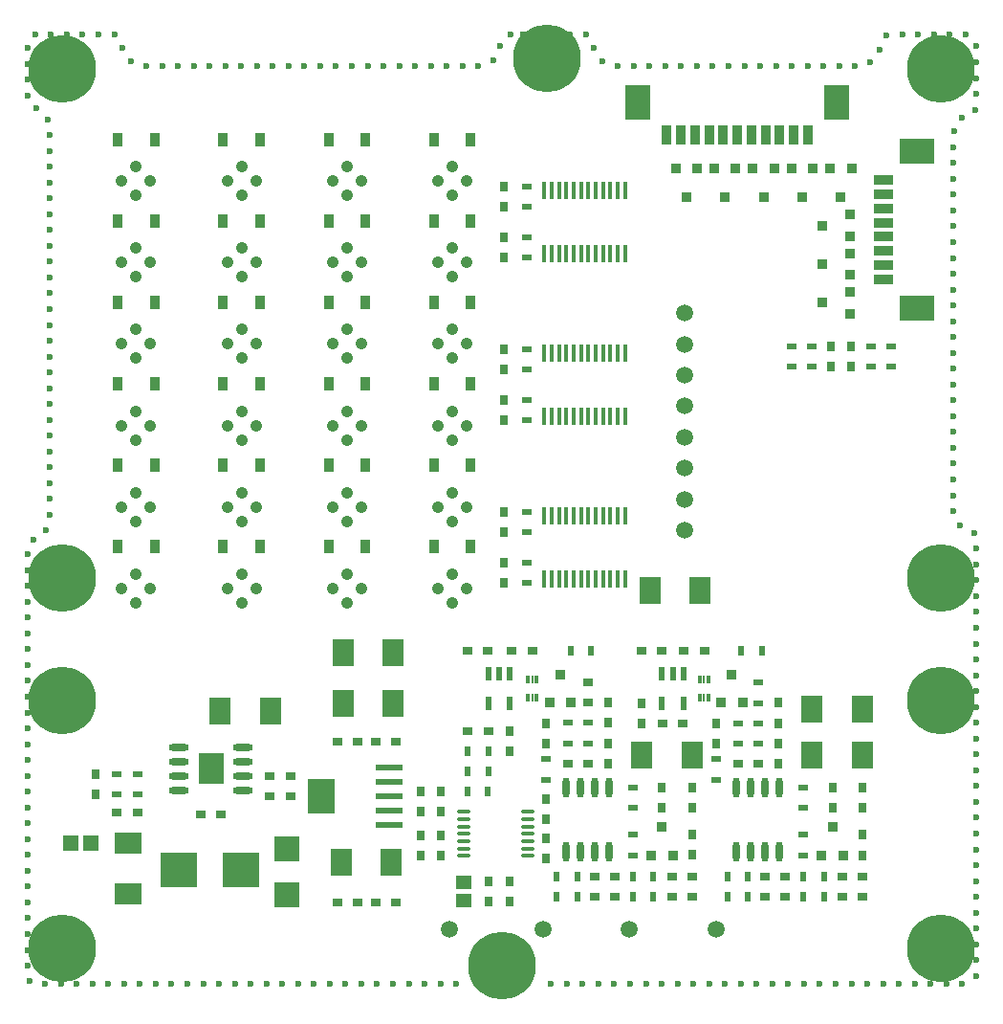
<source format=gbr>
G04*
G04 #@! TF.GenerationSoftware,Altium Limited,Altium Designer,25.8.1 (18)*
G04*
G04 Layer_Color=255*
%FSLAX44Y44*%
%MOMM*%
G71*
G04*
G04 #@! TF.SameCoordinates,2A5453E3-354D-4B83-B7DC-91B48DEC4409*
G04*
G04*
G04 #@! TF.FilePolarity,Positive*
G04*
G01*
G75*
%ADD34C,0.6000*%
%ADD35C,1.2000*%
%ADD36C,6.0000*%
%ADD37C,1.0668*%
%ADD49R,0.9000X0.9500*%
%ADD50R,0.8000X0.9000*%
%ADD51R,0.9000X0.6000*%
G04:AMPARAMS|DCode=52|XSize=0.7mm|YSize=0.3396mm|CornerRadius=0.017mm|HoleSize=0mm|Usage=FLASHONLY|Rotation=270.000|XOffset=0mm|YOffset=0mm|HoleType=Round|Shape=RoundedRectangle|*
%AMROUNDEDRECTD52*
21,1,0.7000,0.3056,0,0,270.0*
21,1,0.6660,0.3396,0,0,270.0*
1,1,0.0340,-0.1528,-0.3330*
1,1,0.0340,-0.1528,0.3330*
1,1,0.0340,0.1528,0.3330*
1,1,0.0340,0.1528,-0.3330*
%
%ADD52ROUNDEDRECTD52*%
%ADD53R,0.6000X0.9000*%
%ADD54O,0.6000X1.8000*%
%ADD55R,0.9100X1.2200*%
%ADD56C,1.5000*%
%ADD57R,1.7018X0.8128*%
%ADD58R,3.0988X2.2098*%
%ADD59R,0.9500X0.9000*%
G04:AMPARAMS|DCode=60|XSize=0.7mm|YSize=0.3396mm|CornerRadius=0.017mm|HoleSize=0mm|Usage=FLASHONLY|Rotation=270.000|XOffset=0mm|YOffset=0mm|HoleType=Round|Shape=RoundedRectangle|*
%AMROUNDEDRECTD60*
21,1,0.7000,0.3056,0,0,270.0*
21,1,0.6660,0.3396,0,0,270.0*
1,1,0.0340,-0.1528,-0.3330*
1,1,0.0340,-0.1528,0.3330*
1,1,0.0340,0.1528,0.3330*
1,1,0.0340,0.1528,-0.3330*
%
%ADD60ROUNDEDRECTD60*%
G04:AMPARAMS|DCode=61|XSize=0.7mm|YSize=0.1698mm|CornerRadius=0.0085mm|HoleSize=0mm|Usage=FLASHONLY|Rotation=270.000|XOffset=0mm|YOffset=0mm|HoleType=Round|Shape=RoundedRectangle|*
%AMROUNDEDRECTD61*
21,1,0.7000,0.1528,0,0,270.0*
21,1,0.6830,0.1698,0,0,270.0*
1,1,0.0170,-0.0764,-0.3415*
1,1,0.0170,-0.0764,0.3415*
1,1,0.0170,0.0764,0.3415*
1,1,0.0170,0.0764,-0.3415*
%
%ADD61ROUNDEDRECTD61*%
%ADD62R,0.9000X0.8000*%
%ADD63R,1.8796X2.3622*%
%ADD64R,0.6200X1.2200*%
%ADD65R,0.8128X1.7018*%
%ADD66R,0.3500X1.5000*%
%ADD67O,1.2500X0.3500*%
%ADD68R,2.3455X3.1725*%
%ADD69R,2.3455X0.6325*%
%ADD70O,1.8000X0.6000*%
%ADD71R,2.3000X2.8000*%
%ADD72R,2.3000X2.2860*%
%ADD73R,2.3622X1.8796*%
%ADD74R,1.4000X1.4000*%
%ADD75R,3.3000X3.1500*%
%ADD76R,0.9000X0.8000*%
%ADD77R,1.4000X1.3000*%
%ADD78R,2.2098X3.0988*%
D34*
X5000Y272984D02*
D03*
X825000Y745153D02*
D03*
Y535154D02*
D03*
Y549154D02*
D03*
X825438Y759147D02*
D03*
X821945Y845000D02*
D03*
X807945D02*
D03*
X832680Y771128D02*
D03*
X844688Y778326D02*
D03*
X845000Y806322D02*
D03*
X835945Y845000D02*
D03*
X845000Y820322D02*
D03*
Y834322D02*
D03*
Y792322D02*
D03*
X527989Y817000D02*
D03*
X555989D02*
D03*
X541989D02*
D03*
X597989D02*
D03*
X611989D02*
D03*
X583989D02*
D03*
X569989D02*
D03*
X667989D02*
D03*
X681989D02*
D03*
X625989D02*
D03*
X653989D02*
D03*
X639989D02*
D03*
X737989D02*
D03*
X695989D02*
D03*
X723989D02*
D03*
X709989D02*
D03*
X457698Y845000D02*
D03*
X471698D02*
D03*
X433227Y845007D02*
D03*
X443698Y845000D02*
D03*
X485698D02*
D03*
X499694Y844649D02*
D03*
X514549Y820922D02*
D03*
X751625Y820170D02*
D03*
X506867Y832626D02*
D03*
X760086Y831324D02*
D03*
X765980Y844023D02*
D03*
X793945Y845000D02*
D03*
X779946D02*
D03*
X825000Y577154D02*
D03*
Y563153D02*
D03*
Y591153D02*
D03*
Y689154D02*
D03*
Y675154D02*
D03*
Y731153D02*
D03*
Y703154D02*
D03*
Y717153D02*
D03*
Y619154D02*
D03*
Y605154D02*
D03*
Y661153D02*
D03*
Y633153D02*
D03*
Y647153D02*
D03*
Y465154D02*
D03*
Y451153D02*
D03*
Y493153D02*
D03*
Y479154D02*
D03*
X830854Y410376D02*
D03*
X843212Y403795D02*
D03*
X825000Y437154D02*
D03*
X825135Y423154D02*
D03*
X825000Y521153D02*
D03*
Y507154D02*
D03*
X762820Y5000D02*
D03*
X720820D02*
D03*
X734820D02*
D03*
X818820D02*
D03*
X832820D02*
D03*
X776820D02*
D03*
X804820D02*
D03*
X790820D02*
D03*
X706820D02*
D03*
X844996Y11910D02*
D03*
X845000Y39910D02*
D03*
Y53910D02*
D03*
Y25910D02*
D03*
Y95910D02*
D03*
Y81910D02*
D03*
Y137910D02*
D03*
Y109910D02*
D03*
Y123910D02*
D03*
Y67910D02*
D03*
X845000Y151910D02*
D03*
Y179910D02*
D03*
Y165910D02*
D03*
Y221910D02*
D03*
Y207910D02*
D03*
Y249910D02*
D03*
Y235910D02*
D03*
Y193910D02*
D03*
Y263910D02*
D03*
X845000Y389910D02*
D03*
Y375910D02*
D03*
Y277910D02*
D03*
Y319910D02*
D03*
Y305910D02*
D03*
Y361910D02*
D03*
Y333910D02*
D03*
Y347910D02*
D03*
Y291910D02*
D03*
X89513Y832894D02*
D03*
X54067Y845000D02*
D03*
X68067Y845000D02*
D03*
X12067Y845000D02*
D03*
X40067Y845000D02*
D03*
X26067Y845000D02*
D03*
X82065Y844748D02*
D03*
X166420Y817000D02*
D03*
X306420D02*
D03*
X334421D02*
D03*
X320420D02*
D03*
X390420D02*
D03*
X264421D02*
D03*
X152421D02*
D03*
X180420D02*
D03*
X110421D02*
D03*
X138420D02*
D03*
X124420D02*
D03*
X236420D02*
D03*
X250420D02*
D03*
X194421D02*
D03*
X222421D02*
D03*
X208421D02*
D03*
X362421D02*
D03*
X376421D02*
D03*
X278421D02*
D03*
X348420D02*
D03*
X292421D02*
D03*
X404421Y817014D02*
D03*
X417475Y822071D02*
D03*
X424061Y834425D02*
D03*
X608820Y5000D02*
D03*
X622820D02*
D03*
X580820D02*
D03*
X594820D02*
D03*
X678820D02*
D03*
X692820D02*
D03*
X636820D02*
D03*
X664820D02*
D03*
X650820D02*
D03*
X496820Y5000D02*
D03*
X510820D02*
D03*
X482820D02*
D03*
X468820D02*
D03*
X552820D02*
D03*
X566820Y5000D02*
D03*
X524820Y5000D02*
D03*
X538820D02*
D03*
X748820Y5000D02*
D03*
X5000Y244984D02*
D03*
Y230984D02*
D03*
Y258984D02*
D03*
Y202984D02*
D03*
Y216984D02*
D03*
Y34984D02*
D03*
Y104984D02*
D03*
Y118984D02*
D03*
Y48984D02*
D03*
Y90984D02*
D03*
Y146984D02*
D03*
Y132984D02*
D03*
Y188984D02*
D03*
Y160984D02*
D03*
Y174984D02*
D03*
X6982Y7125D02*
D03*
X20820Y5000D02*
D03*
X34820D02*
D03*
X48820D02*
D03*
X5000Y20984D02*
D03*
Y76984D02*
D03*
Y62984D02*
D03*
Y300984D02*
D03*
Y286984D02*
D03*
Y328984D02*
D03*
Y314984D02*
D03*
Y356984D02*
D03*
Y342984D02*
D03*
Y370984D02*
D03*
X25000Y475855D02*
D03*
Y685855D02*
D03*
Y699855D02*
D03*
X5000Y790915D02*
D03*
X13392Y779709D02*
D03*
X23223Y769742D02*
D03*
X25000Y559855D02*
D03*
Y545855D02*
D03*
Y587855D02*
D03*
Y573855D02*
D03*
Y503855D02*
D03*
Y461855D02*
D03*
Y531855D02*
D03*
Y517855D02*
D03*
Y629855D02*
D03*
Y615855D02*
D03*
Y671855D02*
D03*
Y643855D02*
D03*
Y657855D02*
D03*
Y601855D02*
D03*
X5000Y804915D02*
D03*
Y832915D02*
D03*
Y818915D02*
D03*
X97029Y821082D02*
D03*
X5000Y384984D02*
D03*
X10583Y397822D02*
D03*
X21777Y406231D02*
D03*
X25000Y447855D02*
D03*
Y419855D02*
D03*
Y433855D02*
D03*
X160820Y5000D02*
D03*
X174820D02*
D03*
X132820D02*
D03*
X146820D02*
D03*
X188820D02*
D03*
X62820D02*
D03*
X104820D02*
D03*
X118820D02*
D03*
X76820D02*
D03*
X90820D02*
D03*
X328820Y5000D02*
D03*
X342820D02*
D03*
X300820D02*
D03*
X314820D02*
D03*
X384820D02*
D03*
X356820D02*
D03*
X370820D02*
D03*
X244820Y5000D02*
D03*
X258820D02*
D03*
X202820D02*
D03*
X230820D02*
D03*
X216820D02*
D03*
X272820D02*
D03*
X286820Y5000D02*
D03*
X25000Y727855D02*
D03*
Y713855D02*
D03*
Y755855D02*
D03*
Y741855D02*
D03*
Y489855D02*
D03*
D35*
X814000Y791140D02*
D03*
X830164Y797835D02*
D03*
Y830164D02*
D03*
X814000Y836860D02*
D03*
X836860Y814000D02*
D03*
X465298Y801140D02*
D03*
X449133Y807835D02*
D03*
X481462D02*
D03*
X797835Y797835D02*
D03*
X791140Y814000D02*
D03*
X442438Y824000D02*
D03*
X488158D02*
D03*
X449133Y840164D02*
D03*
X481462D02*
D03*
X465298Y846860D02*
D03*
X797835Y830164D02*
D03*
X814000Y13140D02*
D03*
X791140Y36000D02*
D03*
X830164Y19835D02*
D03*
X797835D02*
D03*
X836860Y36000D02*
D03*
X797835Y52165D02*
D03*
X814000Y233140D02*
D03*
X791140Y256000D02*
D03*
X797835Y239835D02*
D03*
X814000Y58860D02*
D03*
X830164Y52165D02*
D03*
Y272164D02*
D03*
Y239835D02*
D03*
X836860Y256000D02*
D03*
X797835Y347836D02*
D03*
Y272164D02*
D03*
X791140Y364000D02*
D03*
X797835Y380164D02*
D03*
X814000Y386860D02*
D03*
Y341140D02*
D03*
Y278860D02*
D03*
X830164Y380164D02*
D03*
Y347836D02*
D03*
X836860Y364000D02*
D03*
X52165Y830164D02*
D03*
X36000Y13140D02*
D03*
X13140Y36000D02*
D03*
X19835Y239835D02*
D03*
Y52165D02*
D03*
Y19835D02*
D03*
X36000Y233140D02*
D03*
Y58860D02*
D03*
X52165Y239835D02*
D03*
X36000Y791140D02*
D03*
X52165Y797835D02*
D03*
X13140Y814000D02*
D03*
X19835Y830164D02*
D03*
Y797835D02*
D03*
X58860Y814000D02*
D03*
X36000Y836860D02*
D03*
X13140Y256000D02*
D03*
X19835Y347836D02*
D03*
X13140Y364000D02*
D03*
X19835Y380164D02*
D03*
Y272164D02*
D03*
X36000Y278860D02*
D03*
Y341140D02*
D03*
Y386860D02*
D03*
X52165Y19835D02*
D03*
X58860Y36000D02*
D03*
X52165Y52165D02*
D03*
X58860Y256000D02*
D03*
X52165Y272164D02*
D03*
Y347836D02*
D03*
X58860Y364000D02*
D03*
X52165Y380164D02*
D03*
D36*
X425000Y21000D02*
D03*
X36000Y364000D02*
D03*
Y256000D02*
D03*
Y36000D02*
D03*
X814000D02*
D03*
Y256000D02*
D03*
Y364000D02*
D03*
Y814000D02*
D03*
X465298Y824000D02*
D03*
X36000Y814000D02*
D03*
D37*
X381420Y702300D02*
D03*
Y558300D02*
D03*
Y486300D02*
D03*
Y630300D02*
D03*
X288080D02*
D03*
Y702300D02*
D03*
X194740Y630300D02*
D03*
Y702300D02*
D03*
X288080Y558300D02*
D03*
X194740Y486300D02*
D03*
X288080D02*
D03*
X194740Y558300D02*
D03*
X101400Y486300D02*
D03*
Y702300D02*
D03*
Y630300D02*
D03*
Y558300D02*
D03*
X381420Y342300D02*
D03*
Y414300D02*
D03*
X288080D02*
D03*
Y342300D02*
D03*
X194740Y414300D02*
D03*
Y342300D02*
D03*
X101400D02*
D03*
Y414300D02*
D03*
X275380Y643000D02*
D03*
X368720Y715000D02*
D03*
X88700Y643000D02*
D03*
Y715000D02*
D03*
X182040Y643000D02*
D03*
X275380Y715000D02*
D03*
X368720Y643000D02*
D03*
X182040Y715000D02*
D03*
X275380Y355000D02*
D03*
X288080Y367700D02*
D03*
X300780Y355000D02*
D03*
X182040D02*
D03*
X194740Y367700D02*
D03*
X207440Y355000D02*
D03*
X88700D02*
D03*
X381420Y727700D02*
D03*
X394120Y715000D02*
D03*
X300780Y571000D02*
D03*
X288080Y583700D02*
D03*
X275380Y571000D02*
D03*
X207440D02*
D03*
X194740Y583700D02*
D03*
X182040Y571000D02*
D03*
X114100D02*
D03*
X101400Y583700D02*
D03*
X88700Y571000D02*
D03*
X394120Y499000D02*
D03*
X381420Y511700D02*
D03*
X368720Y499000D02*
D03*
X114100D02*
D03*
X101400Y511700D02*
D03*
X88700Y499000D02*
D03*
X300780D02*
D03*
X288080Y511700D02*
D03*
X275380Y499000D02*
D03*
X182040D02*
D03*
X194740Y511700D02*
D03*
X207440Y499000D02*
D03*
X394120Y427000D02*
D03*
X381420Y439700D02*
D03*
X368720Y427000D02*
D03*
X300780D02*
D03*
X288080Y439700D02*
D03*
X275380Y427000D02*
D03*
X182040D02*
D03*
X194740Y439700D02*
D03*
X207440Y427000D02*
D03*
X288080Y727700D02*
D03*
X300780Y715000D02*
D03*
X88700Y427000D02*
D03*
X101400Y439700D02*
D03*
X114100Y427000D02*
D03*
X368720Y355000D02*
D03*
X381420Y367700D02*
D03*
X394120Y355000D02*
D03*
X101400Y367700D02*
D03*
X114100Y355000D02*
D03*
X207440Y715000D02*
D03*
X194740Y727700D02*
D03*
X381420Y655700D02*
D03*
X394120Y643000D02*
D03*
X114100D02*
D03*
X101400Y655700D02*
D03*
X207440Y643000D02*
D03*
X194740Y655700D02*
D03*
X368720Y571000D02*
D03*
X381420Y583700D02*
D03*
X394120Y571000D02*
D03*
X300780Y643000D02*
D03*
X288080Y655700D02*
D03*
X114100Y715000D02*
D03*
X101400Y727700D02*
D03*
D49*
X628904Y278692D02*
D03*
X619404Y253692D02*
D03*
X638404D02*
D03*
X725478Y700986D02*
D03*
X657031D02*
D03*
X622808D02*
D03*
X691255D02*
D03*
X588585D02*
D03*
X579085Y725986D02*
D03*
X598085D02*
D03*
X613308D02*
D03*
X666531D02*
D03*
X715978D02*
D03*
X734978D02*
D03*
X708428Y118539D02*
D03*
X717928Y143539D02*
D03*
X727428Y118539D02*
D03*
X486537Y253490D02*
D03*
X477037Y278490D02*
D03*
X467537Y253490D02*
D03*
X557476Y118602D02*
D03*
X566976Y143602D02*
D03*
X576476Y118602D02*
D03*
X681755Y725986D02*
D03*
X700755D02*
D03*
X632308D02*
D03*
X647531D02*
D03*
D50*
X615058Y235484D02*
D03*
X518970Y217388D02*
D03*
Y199388D02*
D03*
X744708Y118808D02*
D03*
X669922Y253643D02*
D03*
X716280Y550960D02*
D03*
X518970Y253706D02*
D03*
X593756Y118871D02*
D03*
X464105Y168511D02*
D03*
X427050Y647761D02*
D03*
Y503761D02*
D03*
Y359761D02*
D03*
X432220Y210829D02*
D03*
X371396Y175132D02*
D03*
X353060D02*
D03*
X65774Y190485D02*
D03*
X432012Y95589D02*
D03*
X734110Y550960D02*
D03*
X464105Y150511D02*
D03*
X669922Y199325D02*
D03*
X427050Y710239D02*
D03*
Y422239D02*
D03*
Y566239D02*
D03*
X734110Y568960D02*
D03*
X744708Y136808D02*
D03*
X615058Y217484D02*
D03*
X669922Y217325D02*
D03*
Y235643D02*
D03*
X717928Y160497D02*
D03*
Y178497D02*
D03*
X744708Y160497D02*
D03*
Y178497D02*
D03*
X549054Y235028D02*
D03*
Y253028D02*
D03*
X65774Y172485D02*
D03*
X566976Y178560D02*
D03*
X593756D02*
D03*
Y136871D02*
D03*
Y160560D02*
D03*
X566976D02*
D03*
X432012Y77589D02*
D03*
X464105Y133560D02*
D03*
Y115560D02*
D03*
X432220Y228829D02*
D03*
X464106Y217547D02*
D03*
Y235547D02*
D03*
X353060Y136110D02*
D03*
Y118110D02*
D03*
Y157132D02*
D03*
X371396D02*
D03*
Y118110D02*
D03*
Y136110D02*
D03*
X413188Y77589D02*
D03*
Y95589D02*
D03*
X518970Y235706D02*
D03*
X716280Y568960D02*
D03*
X427050Y665761D02*
D03*
Y692239D02*
D03*
Y404239D02*
D03*
Y377761D02*
D03*
Y548239D02*
D03*
Y521761D02*
D03*
D51*
X634339Y235643D02*
D03*
X652340Y271586D02*
D03*
X541200Y136761D02*
D03*
X770256Y569228D02*
D03*
X615057Y185428D02*
D03*
X681756Y569229D02*
D03*
X84384Y172485D02*
D03*
X464105Y185491D02*
D03*
X447050Y692349D02*
D03*
Y665651D02*
D03*
X751841Y569229D02*
D03*
X770255Y551069D02*
D03*
X751840Y551070D02*
D03*
X615058Y203587D02*
D03*
X692151Y136698D02*
D03*
X692150Y118539D02*
D03*
X692151Y160607D02*
D03*
X692153Y178766D02*
D03*
X652339Y253427D02*
D03*
X634338Y217484D02*
D03*
X652338D02*
D03*
X652339Y235643D02*
D03*
X102384Y172485D02*
D03*
X102385Y190644D02*
D03*
X84385D02*
D03*
X541201Y178829D02*
D03*
X541200Y160670D02*
D03*
X483386Y217547D02*
D03*
X483387Y235706D02*
D03*
X501386Y217547D02*
D03*
X501387Y235706D02*
D03*
X464106Y203650D02*
D03*
X541198Y118602D02*
D03*
X447045Y359492D02*
D03*
X447047Y377651D02*
D03*
X699769Y569229D02*
D03*
X447049Y548349D02*
D03*
X447050Y566508D02*
D03*
X447049Y521651D02*
D03*
X447048Y503492D02*
D03*
X447426Y404349D02*
D03*
X447428Y422508D02*
D03*
X447049Y647492D02*
D03*
X447051Y710508D02*
D03*
X699768Y551070D02*
D03*
X681755D02*
D03*
D52*
X608428Y257927D02*
D03*
X600334D02*
D03*
X448112Y257990D02*
D03*
X456207D02*
D03*
D53*
X637150Y299782D02*
D03*
X692150Y81977D02*
D03*
X624840Y82039D02*
D03*
X541198Y82040D02*
D03*
X473888D02*
D03*
X541198Y99930D02*
D03*
X504357Y299844D02*
D03*
X655309Y299781D02*
D03*
X710309Y81976D02*
D03*
X642999Y82038D02*
D03*
X692150Y99867D02*
D03*
X710309Y99866D02*
D03*
X642999Y99867D02*
D03*
X624840Y99868D02*
D03*
X492047Y99930D02*
D03*
X473888Y99931D02*
D03*
X413059Y175131D02*
D03*
X394901Y175132D02*
D03*
X413438Y211048D02*
D03*
X395279Y211049D02*
D03*
X413438Y193268D02*
D03*
X395279Y193269D02*
D03*
X486198Y299845D02*
D03*
X559357Y99929D02*
D03*
Y82039D02*
D03*
X492047D02*
D03*
D54*
X507286Y178560D02*
D03*
X519986Y122060D02*
D03*
X494586Y178560D02*
D03*
X507286Y122060D02*
D03*
X481886Y178560D02*
D03*
X494586Y122060D02*
D03*
X481886D02*
D03*
X519986Y178560D02*
D03*
X645538Y121997D02*
D03*
X632838Y178497D02*
D03*
X658238Y121997D02*
D03*
X645538Y178497D02*
D03*
X670938Y121997D02*
D03*
X658238Y178497D02*
D03*
X632838Y121997D02*
D03*
X670938Y178497D02*
D03*
D55*
X397770Y751840D02*
D03*
X365070D02*
D03*
X304430D02*
D03*
X271730D02*
D03*
X211090D02*
D03*
X178390D02*
D03*
X397770Y679840D02*
D03*
X365070D02*
D03*
X304430D02*
D03*
X271730D02*
D03*
X211090D02*
D03*
X178390D02*
D03*
X365070Y607840D02*
D03*
X397770D02*
D03*
X271730D02*
D03*
X304430D02*
D03*
X178390D02*
D03*
X211090D02*
D03*
X365070Y535840D02*
D03*
X397770D02*
D03*
X85050D02*
D03*
X117750D02*
D03*
X271730D02*
D03*
X304430D02*
D03*
X178390D02*
D03*
X211090D02*
D03*
X365070Y463840D02*
D03*
X397770D02*
D03*
X271730D02*
D03*
X304430D02*
D03*
X178390D02*
D03*
X211090D02*
D03*
X85050D02*
D03*
X117750D02*
D03*
X365070Y391840D02*
D03*
X397770D02*
D03*
X271730D02*
D03*
X304430D02*
D03*
X178390D02*
D03*
X211090D02*
D03*
X85050D02*
D03*
X117750D02*
D03*
Y751840D02*
D03*
Y607840D02*
D03*
Y679840D02*
D03*
X85050D02*
D03*
Y751840D02*
D03*
Y607840D02*
D03*
D56*
X586740Y598170D02*
D03*
Y570774D02*
D03*
Y543378D02*
D03*
Y515983D02*
D03*
Y488587D02*
D03*
Y461191D02*
D03*
Y433796D02*
D03*
Y406400D02*
D03*
X538331Y53340D02*
D03*
X615057Y53412D02*
D03*
X378393D02*
D03*
X461605D02*
D03*
D57*
X763435Y690980D02*
D03*
Y678480D02*
D03*
Y628480D02*
D03*
Y703480D02*
D03*
Y715980D02*
D03*
Y665980D02*
D03*
Y640980D02*
D03*
Y653480D02*
D03*
D58*
X792435Y602980D02*
D03*
Y741480D02*
D03*
D59*
X708860Y641671D02*
D03*
X733860Y651171D02*
D03*
Y632171D02*
D03*
Y597948D02*
D03*
X708860Y607448D02*
D03*
X733860Y616948D02*
D03*
Y685394D02*
D03*
Y666394D02*
D03*
X708860Y675894D02*
D03*
D60*
X600334Y273927D02*
D03*
X608428Y273927D02*
D03*
X448112Y273990D02*
D03*
X456207Y273990D02*
D03*
D61*
X604381Y273927D02*
D03*
Y257927D02*
D03*
X452159Y273990D02*
D03*
Y257990D02*
D03*
D62*
X567580Y235028D02*
D03*
X585580D02*
D03*
X507176Y99930D02*
D03*
X525176D02*
D03*
X507176Y82040D02*
D03*
X744708Y81976D02*
D03*
Y99866D02*
D03*
X549054Y299782D02*
D03*
X593756Y99929D02*
D03*
Y82039D02*
D03*
X394755Y299845D02*
D03*
X279484Y219063D02*
D03*
X220014Y171224D02*
D03*
X279484Y76823D02*
D03*
X525176Y82040D02*
D03*
X604520Y299720D02*
D03*
X452159Y299845D02*
D03*
X220014Y189104D02*
D03*
X297484Y76823D02*
D03*
X567054Y299782D02*
D03*
X586520Y299720D02*
D03*
X726708Y81976D02*
D03*
X658128Y81977D02*
D03*
X676128D02*
D03*
X726708Y99866D02*
D03*
X658128Y99867D02*
D03*
X676128D02*
D03*
X652338Y199325D02*
D03*
X634338D02*
D03*
X238014Y189104D02*
D03*
X84384Y156833D02*
D03*
X102384D02*
D03*
X158793Y154814D02*
D03*
X176793D02*
D03*
X238014Y171224D02*
D03*
X331774Y219063D02*
D03*
X501386Y199388D02*
D03*
X483386D02*
D03*
X413170Y228829D02*
D03*
X395169D02*
D03*
X412755Y299845D02*
D03*
X434159D02*
D03*
X575756Y82039D02*
D03*
Y99929D02*
D03*
X313774Y76823D02*
D03*
X331774D02*
D03*
X313774Y219063D02*
D03*
X297484D02*
D03*
D63*
X744708Y247587D02*
D03*
X700004Y207239D02*
D03*
X284530Y252730D02*
D03*
X175641Y246380D02*
D03*
X549052Y207010D02*
D03*
X284530Y297722D02*
D03*
X282752Y112383D02*
D03*
X600964Y353060D02*
D03*
X556260D02*
D03*
X700004Y247587D02*
D03*
X220345Y246380D02*
D03*
X744708Y207239D02*
D03*
X593756Y207010D02*
D03*
X329234Y252730D02*
D03*
X327456Y112383D02*
D03*
X329234Y297722D02*
D03*
D64*
X576554Y279228D02*
D03*
X422669Y279089D02*
D03*
X586054Y279228D02*
D03*
X432169Y279089D02*
D03*
X586104Y253028D02*
D03*
X567054D02*
D03*
Y279228D02*
D03*
X432220Y252889D02*
D03*
X413170Y279089D02*
D03*
Y252889D02*
D03*
D65*
X583650Y755561D02*
D03*
X596150D02*
D03*
X608650D02*
D03*
X621150D02*
D03*
X658650D02*
D03*
X571150D02*
D03*
X696150D02*
D03*
X633650D02*
D03*
X646150D02*
D03*
X671150D02*
D03*
X683650D02*
D03*
D66*
X482330Y506806D02*
D03*
X482330Y419194D02*
D03*
Y563194D02*
D03*
X482330Y362806D02*
D03*
Y650806D02*
D03*
X482330Y707194D02*
D03*
X475830D02*
D03*
X462830D02*
D03*
Y563194D02*
D03*
Y419194D02*
D03*
X475830Y650806D02*
D03*
X475830Y563194D02*
D03*
X495330Y707194D02*
D03*
X508330D02*
D03*
X521330D02*
D03*
X534330D02*
D03*
Y650806D02*
D03*
X521330D02*
D03*
X469330D02*
D03*
X488830Y707194D02*
D03*
X501830D02*
D03*
X514830D02*
D03*
X527830D02*
D03*
X514830Y650806D02*
D03*
X508330D02*
D03*
X501830D02*
D03*
X495330D02*
D03*
X488830D02*
D03*
X527830D02*
D03*
X462830D02*
D03*
X469330Y707194D02*
D03*
X462830Y506806D02*
D03*
Y362806D02*
D03*
X469330Y563194D02*
D03*
Y419194D02*
D03*
X495330Y506806D02*
D03*
X508330D02*
D03*
X521330D02*
D03*
X534330D02*
D03*
Y563194D02*
D03*
X521330D02*
D03*
X508330D02*
D03*
X495330D02*
D03*
X508330Y362806D02*
D03*
X495330D02*
D03*
X521330D02*
D03*
X534330D02*
D03*
Y419194D02*
D03*
X521330D02*
D03*
X508330D02*
D03*
X495330D02*
D03*
X469330Y362806D02*
D03*
X475830D02*
D03*
X488830D02*
D03*
X501830D02*
D03*
X514830D02*
D03*
X527830D02*
D03*
X527830Y419194D02*
D03*
X514830D02*
D03*
X501830D02*
D03*
X488830D02*
D03*
X475830D02*
D03*
X475830Y506806D02*
D03*
X501830Y563194D02*
D03*
X527830Y506806D02*
D03*
X514830D02*
D03*
X514830Y563194D02*
D03*
X488830D02*
D03*
X527830D02*
D03*
X501830Y506806D02*
D03*
X488830D02*
D03*
X469330D02*
D03*
D67*
X447906Y131110D02*
D03*
X391406Y144110D02*
D03*
Y137610D02*
D03*
Y131110D02*
D03*
Y118110D02*
D03*
X447906Y157110D02*
D03*
Y150610D02*
D03*
Y144110D02*
D03*
Y118110D02*
D03*
X391406Y157110D02*
D03*
Y150610D02*
D03*
Y124610D02*
D03*
X447906Y137610D02*
D03*
Y124610D02*
D03*
D68*
X265410Y170796D02*
D03*
D69*
X325617D02*
D03*
Y183496D02*
D03*
Y196196D02*
D03*
Y145396D02*
D03*
Y158096D02*
D03*
D70*
X196043Y201804D02*
D03*
Y189104D02*
D03*
Y214504D02*
D03*
X139543Y201804D02*
D03*
Y189104D02*
D03*
Y176404D02*
D03*
X196043D02*
D03*
X139543Y214504D02*
D03*
D71*
X167793Y195454D02*
D03*
D72*
X234950Y124460D02*
D03*
Y83820D02*
D03*
D73*
X93980Y84328D02*
D03*
Y129032D02*
D03*
D74*
X43660D02*
D03*
X60960D02*
D03*
D75*
X138870Y105410D02*
D03*
X193870D02*
D03*
D76*
X501387Y253490D02*
D03*
X501388Y271649D02*
D03*
D77*
X391406Y94589D02*
D03*
Y78589D02*
D03*
D78*
X721650Y784561D02*
D03*
X545650D02*
D03*
M02*

</source>
